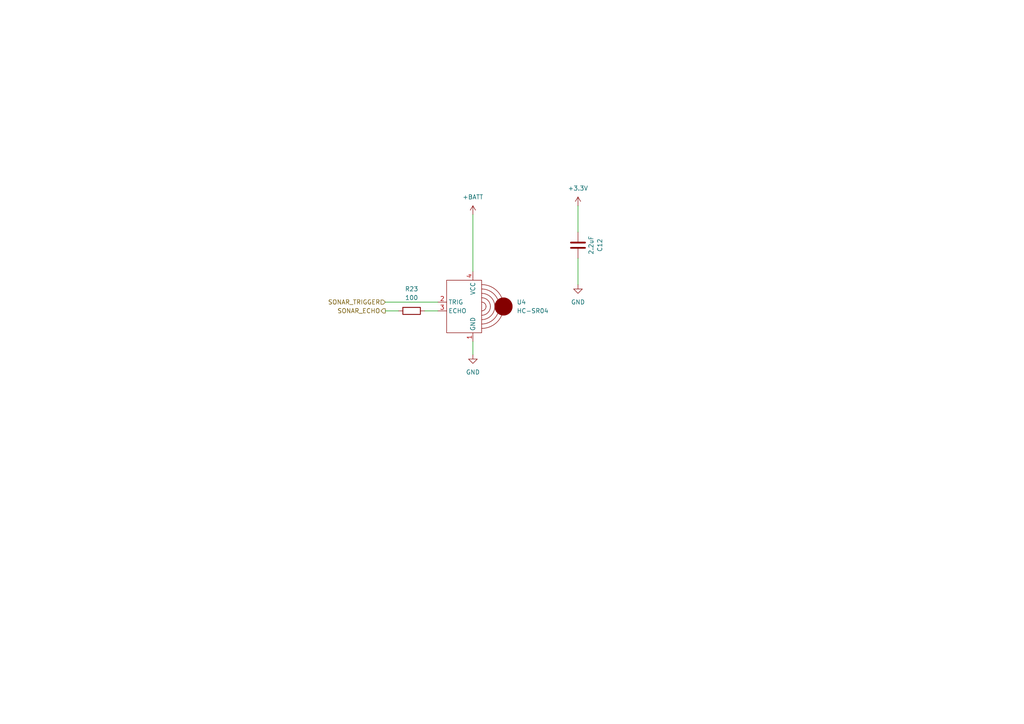
<source format=kicad_sch>
(kicad_sch (version 20230121) (generator eeschema)
  (paper "A4")
  (lib_symbols
    (symbol "Device:C" (pin_numbers hide) (pin_names (offset 0.254))
      (property "Reference" "C" (at 0.635 2.54 0))
      (property "Value" "C" (at 0.635 -2.54 0))
      (symbol "C_0_1"
        (polyline (pts (xy -2.032 -0.762) (xy 2.032 -0.762)) (stroke (width 0.508)))
        (polyline (pts (xy -2.032 0.762) (xy 2.032 0.762)) (stroke (width 0.508)))
      )
      (symbol "C_1_1"
        (pin passive line (at 0 3.81 270) (length 2.794) (name "~") (number "1"))
        (pin passive line (at 0 -3.81 90) (length 2.794) (name "~") (number "2"))
      )
    )
    (symbol "Device:R" (pin_numbers hide) (pin_names (offset 0))
      (property "Reference" "R" (at 2.032 0 90))
      (property "Value" "R" (at 0 0 90))
      (symbol "R_0_1"
        (rectangle (start -1.016 -2.54) (end 1.016 2.54) (stroke (width 0.254)))
      )
      (symbol "R_1_1"
        (pin passive line (at 0 3.81 270) (length 1.27) (name "~") (number "1"))
        (pin passive line (at 0 -3.81 90) (length 1.27) (name "~") (number "2"))
      )
    )
    (symbol "minimouse:HC-SR04"
      (property "Reference" "U" (at 0 0 0))
      (property "Value" "HC-SR04" (at 0 0 0))
      (symbol "HC-SR04_0_1"
        (rectangle (start -7.62 7.62) (end 2.54 -7.62))
        (arc (start 2.54 -6.35) (mid 7.0301 -4.4901) (end 8.89 0))
        (arc (start 2.54 -5.08) (mid 6.1321 -3.5921) (end 7.62 0))
        (arc (start 2.54 -3.81) (mid 5.2341 -2.6941) (end 6.35 0))
        (arc (start 2.54 -2.54) (mid 4.3361 -1.7961) (end 5.08 0))
        (arc (start 2.54 -1.27) (mid 3.438 -0.898) (end 3.81 0))
        (arc (start 3.81 0) (mid 3.438 0.898) (end 2.54 1.27))
        (arc (start 5.08 0) (mid 4.3361 1.7961) (end 2.54 2.54))
        (arc (start 6.35 0) (mid 5.2341 2.6941) (end 2.54 3.81))
        (arc (start 7.62 0) (mid 6.1321 3.5921) (end 2.54 5.08))
        (arc (start 8.89 0) (mid 7.0301 4.4901) (end 2.54 6.35))
      )
      (symbol "HC-SR04_1_1"
        (circle (center 8.89 0) (radius 2.54) (fill (type outline)))
        (pin power_in line (at 0 -10.16 90) (length 2.54) (name "GND") (number "1"))
        (pin input line (at -10.16 1.27 0) (length 2.54) (name "TRIG") (number "2"))
        (pin output line (at -10.16 -1.27 0) (length 2.54) (name "ECHO") (number "3"))
        (pin power_in line (at 0 10.16 270) (length 2.54) (name "VCC") (number "4"))
      )
    )
    (symbol "power:+3.3V" (power) (pin_names (offset 0))
      (property "Value" "+3.3V" (at 0 3.556 0))
      (symbol "+3.3V_0_1"
        (polyline (pts (xy -0.762 1.27) (xy 0 2.54)))
        (polyline (pts (xy 0 0) (xy 0 2.54)))
        (polyline (pts (xy 0 2.54) (xy 0.762 1.27)))
      )
      (symbol "+3.3V_1_1"
        (pin power_in line (at 0 0 90) (length 0) hide (name "+3.3V") (number "1"))
      )
    )
    (symbol "power:+BATT" (power) (pin_names (offset 0))
      (property "Value" "+BATT" (at 0 3.556 0))
      (symbol "+BATT_0_1"
        (polyline (pts (xy -0.762 1.27) (xy 0 2.54)))
        (polyline (pts (xy 0 0) (xy 0 2.54)))
        (polyline (pts (xy 0 2.54) (xy 0.762 1.27)))
      )
      (symbol "+BATT_1_1"
        (pin power_in line (at 0 0 90) (length 0) hide (name "+BATT") (number "1"))
      )
    )
    (symbol "power:GND" (power) (pin_names (offset 0))
      (property "Value" "GND" (at 0 -3.81 0))
      (symbol "GND_0_1"
        (polyline (pts (xy 0 0) (xy 0 -1.27) (xy 1.27 -1.27) (xy 0 -2.54) (xy -1.27 -1.27) (xy 0 -1.27)))
      )
      (symbol "GND_1_1"
        (pin power_in line (at 0 0 270) (length 0) hide (name "GND") (number "1"))
      )
    )
  )
  (wire (pts (xy 137.16 62.23) (xy 137.16 78.74)))
  (wire (pts (xy 137.16 102.87) (xy 137.16 99.06)))
  (wire (pts (xy 123.19 90.17) (xy 127 90.17)))
  (wire (pts (xy 111.76 87.63) (xy 127 87.63)))
  (wire (pts (xy 111.76 90.17) (xy 115.57 90.17)))
  (wire (pts (xy 167.64 59.69) (xy 167.64 67.31)))
  (wire (pts (xy 167.64 74.93) (xy 167.64 82.55)))
  (hierarchical_label "SONAR_TRIGGER" (shape input) (at 111.76 87.63 180))
  (hierarchical_label "SONAR_ECHO" (shape output) (at 111.76 90.17 180))
  (symbol (lib_id "power:GND") (at 137.16 102.87 0) (unit 1)
    (property "Reference" "#PWR010" (effects hide))
    (property "Value" "GND" (at 137.16 107.95 0))
  )
  (symbol (lib_id "Device:R") (at 119.38 90.17 90) (unit 1)
    (property "Reference" "R23" (at 119.38 83.82 90))
    (property "Value" "100" (at 119.38 86.36 90))
    (property "Footprint" "Resistor_SMD:R_0603_1608Metric" (effects hide))
  )
  (symbol (lib_id "power:+3.3V") (at 167.64 59.69 0) (unit 1)
    (property "Reference" "#PWR035" (effects hide))
    (property "Value" "+3.3V" (at 167.64 54.61 0))
  )
  (symbol (lib_id "power:GND") (at 167.64 82.55 0) (unit 1)
    (property "Reference" "#PWR038" (effects hide))
    (property "Value" "GND" (at 167.64 87.63 0))
  )
  (symbol (lib_id "power:+BATT") (at 137.16 62.23 0) (unit 1)
    (property "Reference" "#PWR023" (effects hide))
    (property "Value" "+BATT" (at 137.16 57.15 0))
  )
  (symbol (lib_id "minimouse:HC-SR04") (at 137.16 88.9 0) (unit 1)
    (property "Reference" "U4" (at 149.86 87.63 0) (effects (justify left)))
    (property "Value" "HC-SR04" (at 149.86 90.17 0) (effects (justify left)))
    (property "Footprint" "minimouse:HC-SR04" (effects hide))
  )
  (symbol (lib_id "Device:C") (at 167.64 71.12 0) (unit 1)
    (property "Reference" "C12" (at 173.99 71.12 90))
    (property "Value" "2.2uF" (at 171.45 71.12 90))
    (property "Footprint" "Capacitor_SMD:C_0603_1608Metric" (effects hide))
  )
)
</source>
